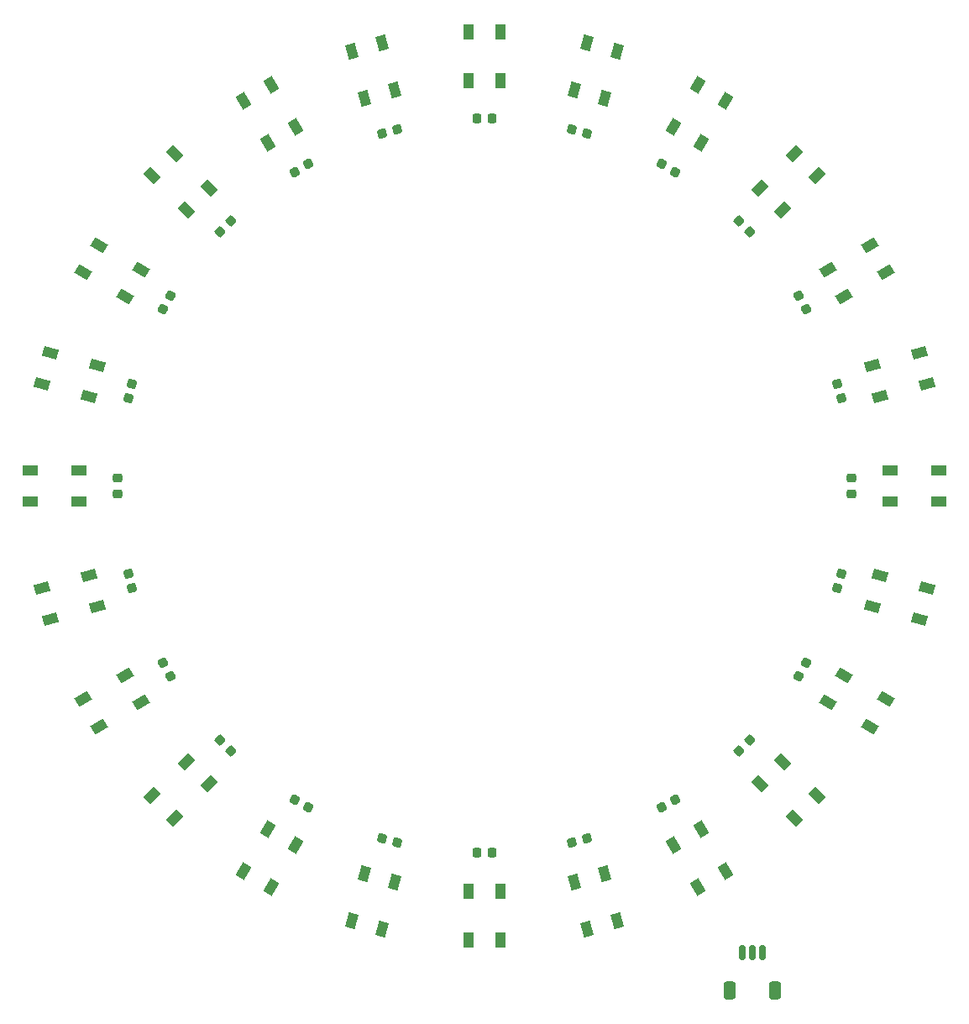
<source format=gts>
%TF.GenerationSoftware,KiCad,Pcbnew,(6.0.7-1)-1*%
%TF.CreationDate,2023-02-20T21:14:53+08:00*%
%TF.ProjectId,layer5,6c617965-7235-42e6-9b69-6361645f7063,1.1*%
%TF.SameCoordinates,Original*%
%TF.FileFunction,Soldermask,Top*%
%TF.FilePolarity,Negative*%
%FSLAX46Y46*%
G04 Gerber Fmt 4.6, Leading zero omitted, Abs format (unit mm)*
G04 Created by KiCad (PCBNEW (6.0.7-1)-1) date 2023-02-20 21:14:53*
%MOMM*%
%LPD*%
G01*
G04 APERTURE LIST*
G04 Aperture macros list*
%AMRoundRect*
0 Rectangle with rounded corners*
0 $1 Rounding radius*
0 $2 $3 $4 $5 $6 $7 $8 $9 X,Y pos of 4 corners*
0 Add a 4 corners polygon primitive as box body*
4,1,4,$2,$3,$4,$5,$6,$7,$8,$9,$2,$3,0*
0 Add four circle primitives for the rounded corners*
1,1,$1+$1,$2,$3*
1,1,$1+$1,$4,$5*
1,1,$1+$1,$6,$7*
1,1,$1+$1,$8,$9*
0 Add four rect primitives between the rounded corners*
20,1,$1+$1,$2,$3,$4,$5,0*
20,1,$1+$1,$4,$5,$6,$7,0*
20,1,$1+$1,$6,$7,$8,$9,0*
20,1,$1+$1,$8,$9,$2,$3,0*%
%AMRotRect*
0 Rectangle, with rotation*
0 The origin of the aperture is its center*
0 $1 length*
0 $2 width*
0 $3 Rotation angle, in degrees counterclockwise*
0 Add horizontal line*
21,1,$1,$2,0,0,$3*%
G04 Aperture macros list end*
%ADD10RoundRect,0.225000X-0.282038X-0.183247X0.152629X-0.299716X0.282038X0.183247X-0.152629X0.299716X0*%
%ADD11RoundRect,0.225000X-0.069856X-0.329006X0.319856X-0.104006X0.069856X0.329006X-0.319856X0.104006X0*%
%ADD12R,1.500000X1.000000*%
%ADD13RoundRect,0.225000X-0.225000X-0.250000X0.225000X-0.250000X0.225000X0.250000X-0.225000X0.250000X0*%
%ADD14RoundRect,0.225000X0.299716X-0.152629X0.183247X0.282038X-0.299716X0.152629X-0.183247X-0.282038X0*%
%ADD15RotRect,1.500000X1.000000X120.000000*%
%ADD16RoundRect,0.225000X0.104006X-0.319856X0.329006X0.069856X-0.104006X0.319856X-0.329006X-0.069856X0*%
%ADD17RotRect,1.500000X1.000000X15.000000*%
%ADD18RoundRect,0.225000X-0.335876X-0.017678X-0.017678X-0.335876X0.335876X0.017678X0.017678X0.335876X0*%
%ADD19RoundRect,0.225000X0.250000X-0.225000X0.250000X0.225000X-0.250000X0.225000X-0.250000X-0.225000X0*%
%ADD20RoundRect,0.225000X-0.152629X-0.299716X0.282038X-0.183247X0.152629X0.299716X-0.282038X0.183247X0*%
%ADD21RotRect,1.500000X1.000000X165.000000*%
%ADD22RoundRect,0.225000X-0.017678X0.335876X-0.335876X0.017678X0.017678X-0.335876X0.335876X-0.017678X0*%
%ADD23RoundRect,0.225000X0.282038X0.183247X-0.152629X0.299716X-0.282038X-0.183247X0.152629X-0.299716X0*%
%ADD24RotRect,1.500000X1.000000X195.000000*%
%ADD25RoundRect,0.225000X0.183247X-0.282038X0.299716X0.152629X-0.183247X0.282038X-0.299716X-0.152629X0*%
%ADD26RotRect,1.500000X1.000000X45.000000*%
%ADD27RotRect,1.500000X1.000000X60.000000*%
%ADD28RotRect,1.500000X1.000000X315.000000*%
%ADD29RoundRect,0.225000X-0.250000X0.225000X-0.250000X-0.225000X0.250000X-0.225000X0.250000X0.225000X0*%
%ADD30RotRect,1.500000X1.000000X255.000000*%
%ADD31RotRect,1.500000X1.000000X345.000000*%
%ADD32RoundRect,0.225000X-0.329006X0.069856X-0.104006X-0.319856X0.329006X-0.069856X0.104006X0.319856X0*%
%ADD33RoundRect,0.225000X0.319856X0.104006X-0.069856X0.329006X-0.319856X-0.104006X0.069856X-0.329006X0*%
%ADD34RoundRect,0.225000X0.017678X-0.335876X0.335876X-0.017678X-0.017678X0.335876X-0.335876X0.017678X0*%
%ADD35RoundRect,0.225000X0.335876X0.017678X0.017678X0.335876X-0.335876X-0.017678X-0.017678X-0.335876X0*%
%ADD36RotRect,1.500000X1.000000X135.000000*%
%ADD37RoundRect,0.225000X-0.183247X0.282038X-0.299716X-0.152629X0.183247X-0.282038X0.299716X0.152629X0*%
%ADD38RoundRect,0.225000X0.225000X0.250000X-0.225000X0.250000X-0.225000X-0.250000X0.225000X-0.250000X0*%
%ADD39RotRect,1.500000X1.000000X240.000000*%
%ADD40RotRect,1.500000X1.000000X150.000000*%
%ADD41RoundRect,0.225000X-0.104006X0.319856X-0.329006X-0.069856X0.104006X-0.319856X0.329006X0.069856X0*%
%ADD42RotRect,1.500000X1.000000X300.000000*%
%ADD43RoundRect,0.225000X-0.299716X0.152629X-0.183247X-0.282038X0.299716X-0.152629X0.183247X0.282038X0*%
%ADD44RoundRect,0.225000X0.152629X0.299716X-0.282038X0.183247X-0.152629X-0.299716X0.282038X-0.183247X0*%
%ADD45R,1.000000X1.500000*%
%ADD46RoundRect,0.225000X0.329006X-0.069856X0.104006X0.319856X-0.329006X0.069856X-0.104006X-0.319856X0*%
%ADD47RoundRect,0.225000X0.069856X0.329006X-0.319856X0.104006X-0.069856X-0.329006X0.319856X-0.104006X0*%
%ADD48RotRect,1.500000X1.000000X285.000000*%
%ADD49RotRect,1.500000X1.000000X330.000000*%
%ADD50RotRect,1.500000X1.000000X30.000000*%
%ADD51RotRect,1.500000X1.000000X210.000000*%
%ADD52RotRect,1.500000X1.000000X225.000000*%
%ADD53RotRect,1.500000X1.000000X105.000000*%
%ADD54RoundRect,0.150000X-0.150000X-0.625000X0.150000X-0.625000X0.150000X0.625000X-0.150000X0.625000X0*%
%ADD55RoundRect,0.250000X-0.350000X-0.650000X0.350000X-0.650000X0.350000X0.650000X-0.350000X0.650000X0*%
%ADD56RotRect,1.500000X1.000000X75.000000*%
%ADD57RoundRect,0.225000X-0.319856X-0.104006X0.069856X-0.329006X0.319856X0.104006X-0.069856X0.329006X0*%
G04 APERTURE END LIST*
D10*
X118827712Y-74060159D03*
X120324898Y-74461329D03*
D11*
X90828830Y-78344560D03*
X92171170Y-77569560D03*
D12*
X64216000Y-108400000D03*
X64216000Y-111600000D03*
X69116000Y-111600000D03*
X69116000Y-108400000D03*
D13*
X109225000Y-73000000D03*
X110775000Y-73000000D03*
D14*
X74461329Y-120324898D03*
X74060159Y-118827712D03*
D15*
X131506359Y-150450107D03*
X134277641Y-148850107D03*
X131827641Y-144606583D03*
X129056359Y-146206583D03*
D16*
X77569560Y-92171170D03*
X78344560Y-90828830D03*
D17*
X65361941Y-120304290D03*
X66190162Y-123395253D03*
X70923199Y-122127040D03*
X70094978Y-119036077D03*
D18*
X135614943Y-83289041D03*
X136710959Y-84385057D03*
D19*
X73000000Y-110775000D03*
X73000000Y-109225000D03*
D20*
X99675102Y-74461329D03*
X101172288Y-74060159D03*
D21*
X153809838Y-123395253D03*
X154638059Y-120304290D03*
X149905022Y-119036077D03*
X149076801Y-122127040D03*
D22*
X136710959Y-135614943D03*
X135614943Y-136710959D03*
D23*
X101172288Y-145939841D03*
X99675102Y-145538671D03*
D24*
X154638059Y-99695710D03*
X153809838Y-96604747D03*
X149076801Y-97872960D03*
X149905022Y-100963923D03*
D25*
X74060159Y-101172288D03*
X74461329Y-99675102D03*
D26*
X76494453Y-141242806D03*
X78757194Y-143505547D03*
X82222017Y-140040724D03*
X79959276Y-137777983D03*
D27*
X85722359Y-148850107D03*
X88493641Y-150450107D03*
X90943641Y-146206583D03*
X88172359Y-144606583D03*
D28*
X78757194Y-76494453D03*
X76494453Y-78757194D03*
X79959276Y-82222017D03*
X82222017Y-79959276D03*
D29*
X147000000Y-109225000D03*
X147000000Y-110775000D03*
D30*
X123395253Y-66190162D03*
X120304290Y-65361941D03*
X119036077Y-70094978D03*
X122127040Y-70923199D03*
D31*
X66190162Y-96604747D03*
X65361941Y-99695710D03*
X70094978Y-100963923D03*
X70923199Y-97872960D03*
D32*
X141655440Y-90828830D03*
X142430440Y-92171170D03*
D33*
X92171170Y-142430440D03*
X90828830Y-141655440D03*
D34*
X83289041Y-84385057D03*
X84385057Y-83289041D03*
D35*
X84385057Y-136710959D03*
X83289041Y-135614943D03*
D36*
X141242806Y-143505547D03*
X143505547Y-141242806D03*
X140040724Y-137777983D03*
X137777983Y-140040724D03*
D12*
X155784000Y-111600000D03*
X155784000Y-108400000D03*
X150884000Y-108400000D03*
X150884000Y-111600000D03*
D37*
X145939841Y-118827712D03*
X145538671Y-120324898D03*
D38*
X110775000Y-147000000D03*
X109225000Y-147000000D03*
D39*
X134277641Y-71149893D03*
X131506359Y-69549893D03*
X129056359Y-73793417D03*
X131827641Y-75393417D03*
D40*
X148850107Y-134277641D03*
X150450107Y-131506359D03*
X146206583Y-129056359D03*
X144606583Y-131827641D03*
D41*
X142430440Y-127828830D03*
X141655440Y-129171170D03*
D42*
X88493641Y-69549893D03*
X85722359Y-71149893D03*
X88172359Y-75393417D03*
X90943641Y-73793417D03*
D43*
X145538671Y-99675102D03*
X145939841Y-101172288D03*
D44*
X120324898Y-145538671D03*
X118827712Y-145939841D03*
D45*
X111600000Y-64216000D03*
X108400000Y-64216000D03*
X108400000Y-69116000D03*
X111600000Y-69116000D03*
D46*
X78344560Y-129171170D03*
X77569560Y-127828830D03*
D47*
X129171170Y-141655440D03*
X127828830Y-142430440D03*
D48*
X99695710Y-65361941D03*
X96604747Y-66190162D03*
X97872960Y-70923199D03*
X100963923Y-70094978D03*
D49*
X71149893Y-85722359D03*
X69549893Y-88493641D03*
X73793417Y-90943641D03*
X75393417Y-88172359D03*
D50*
X69549893Y-131506359D03*
X71149893Y-134277641D03*
X75393417Y-131827641D03*
X73793417Y-129056359D03*
D45*
X108400000Y-155784000D03*
X111600000Y-155784000D03*
X111600000Y-150884000D03*
X108400000Y-150884000D03*
D51*
X150450107Y-88493641D03*
X148850107Y-85722359D03*
X144606583Y-88172359D03*
X146206583Y-90943641D03*
D52*
X143505547Y-78757194D03*
X141242806Y-76494453D03*
X137777983Y-79959276D03*
X140040724Y-82222017D03*
D53*
X120304290Y-154638059D03*
X123395253Y-153809838D03*
X122127040Y-149076801D03*
X119036077Y-149905022D03*
D54*
X136000000Y-157000000D03*
X137000000Y-157000000D03*
X138000000Y-157000000D03*
D55*
X134700000Y-160875000D03*
X139300000Y-160875000D03*
D56*
X96604747Y-153809838D03*
X99695710Y-154638059D03*
X100963923Y-149905022D03*
X97872960Y-149076801D03*
D57*
X127828830Y-77569560D03*
X129171170Y-78344560D03*
M02*

</source>
